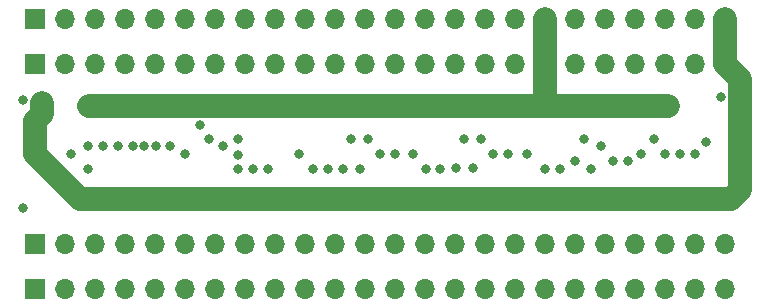
<source format=gbr>
%TF.GenerationSoftware,KiCad,Pcbnew,7.0.2*%
%TF.CreationDate,2023-07-04T13:12:25+09:00*%
%TF.ProjectId,TangNano9K5V,54616e67-4e61-46e6-9f39-4b35562e6b69,rev?*%
%TF.SameCoordinates,Original*%
%TF.FileFunction,Copper,L3,Inr*%
%TF.FilePolarity,Positive*%
%FSLAX46Y46*%
G04 Gerber Fmt 4.6, Leading zero omitted, Abs format (unit mm)*
G04 Created by KiCad (PCBNEW 7.0.2) date 2023-07-04 13:12:25*
%MOMM*%
%LPD*%
G01*
G04 APERTURE LIST*
%TA.AperFunction,ComponentPad*%
%ADD10R,1.700000X1.700000*%
%TD*%
%TA.AperFunction,ComponentPad*%
%ADD11O,1.700000X1.700000*%
%TD*%
%TA.AperFunction,ViaPad*%
%ADD12C,0.800000*%
%TD*%
%TA.AperFunction,Conductor*%
%ADD13C,2.000000*%
%TD*%
G04 APERTURE END LIST*
D10*
%TO.N,PIN63*%
%TO.C,J2*%
X2540000Y-2540000D03*
D11*
%TO.N,PIN86*%
X5080000Y-2540000D03*
%TO.N,PIN85*%
X7620000Y-2540000D03*
%TO.N,PIN84*%
X10160000Y-2540000D03*
%TO.N,PIN83*%
X12700000Y-2540000D03*
%TO.N,PIN82*%
X15240000Y-2540000D03*
%TO.N,PIN81*%
X17780000Y-2540000D03*
%TO.N,PIN80*%
X20320000Y-2540000D03*
%TO.N,PIN79*%
X22860000Y-2540000D03*
%TO.N,PIN77*%
X25400000Y-2540000D03*
%TO.N,PIN76*%
X27940000Y-2540000D03*
%TO.N,PIN75*%
X30480000Y-2540000D03*
%TO.N,PIN74*%
X33020000Y-2540000D03*
%TO.N,PIN73*%
X35560000Y-2540000D03*
%TO.N,PIN72*%
X38100000Y-2540000D03*
%TO.N,PIN71*%
X40640000Y-2540000D03*
%TO.N,PIN70*%
X43180000Y-2540000D03*
%TO.N,+5V*%
X45720000Y-2540000D03*
%TO.N,PIN48*%
X48260000Y-2540000D03*
%TO.N,PIN49*%
X50800000Y-2540000D03*
%TO.N,PIN31*%
X53340000Y-2540000D03*
%TO.N,PIN32*%
X55880000Y-2540000D03*
%TO.N,GND*%
X58420000Y-2540000D03*
%TO.N,+3.3V*%
X60960000Y-2540000D03*
%TD*%
D10*
%TO.N,PIN38*%
%TO.C,J1*%
X2540000Y-25400000D03*
D11*
%TO.N,PIN37*%
X5080000Y-25400000D03*
%TO.N,PIN36*%
X7620000Y-25400000D03*
%TO.N,PIN39*%
X10160000Y-25400000D03*
%TO.N,PIN25*%
X12700000Y-25400000D03*
%TO.N,PIN26*%
X15240000Y-25400000D03*
%TO.N,PIN27*%
X17780000Y-25400000D03*
%TO.N,PIN28*%
X20320000Y-25400000D03*
%TO.N,PIN29*%
X22860000Y-25400000D03*
%TO.N,PIN30*%
X25400000Y-25400000D03*
%TO.N,PIN33*%
X27940000Y-25400000D03*
%TO.N,PIN34*%
X30480000Y-25400000D03*
%TO.N,PIN40*%
X33020000Y-25400000D03*
%TO.N,PIN35*%
X35560000Y-25400000D03*
%TO.N,PIN41*%
X38100000Y-25400000D03*
%TO.N,PIN42*%
X40640000Y-25400000D03*
%TO.N,PIN51*%
X43180000Y-25400000D03*
%TO.N,PIN53*%
X45720000Y-25400000D03*
%TO.N,PIN54*%
X48260000Y-25400000D03*
%TO.N,PIN55*%
X50800000Y-25400000D03*
%TO.N,PIN56*%
X53340000Y-25400000D03*
%TO.N,PIN57*%
X55880000Y-25400000D03*
%TO.N,PIN68*%
X58420000Y-25400000D03*
%TO.N,PIN69*%
X60960000Y-25400000D03*
%TD*%
D10*
%TO.N,PIN63_H*%
%TO.C,J4*%
X2540000Y-6350000D03*
D11*
%TO.N,PIN86_H*%
X5080000Y-6350000D03*
%TO.N,PIN85_H*%
X7620000Y-6350000D03*
%TO.N,PIN84_H*%
X10160000Y-6350000D03*
%TO.N,PIN83_H*%
X12700000Y-6350000D03*
%TO.N,PIN82_H*%
X15240000Y-6350000D03*
%TO.N,PIN81_H*%
X17780000Y-6350000D03*
%TO.N,PIN80_H*%
X20320000Y-6350000D03*
%TO.N,PIN79_H*%
X22860000Y-6350000D03*
%TO.N,PIN77_H*%
X25400000Y-6350000D03*
%TO.N,PIN76_H*%
X27940000Y-6350000D03*
%TO.N,PIN75_H*%
X30480000Y-6350000D03*
%TO.N,PIN74_H*%
X33020000Y-6350000D03*
%TO.N,PIN73_H*%
X35560000Y-6350000D03*
%TO.N,PIN72_H*%
X38100000Y-6350000D03*
%TO.N,PIN71_H*%
X40640000Y-6350000D03*
%TO.N,PIN70_H*%
X43180000Y-6350000D03*
%TO.N,+5V*%
X45720000Y-6350000D03*
%TO.N,PIN48_H*%
X48260000Y-6350000D03*
%TO.N,PIN49_H*%
X50800000Y-6350000D03*
%TO.N,PIN31_H*%
X53340000Y-6350000D03*
%TO.N,PIN32_H*%
X55880000Y-6350000D03*
%TO.N,GND*%
X58420000Y-6350000D03*
%TO.N,+3.3V*%
X60960000Y-6350000D03*
%TD*%
D10*
%TO.N,PIN38_H*%
%TO.C,J3*%
X2540000Y-21590000D03*
D11*
%TO.N,PIN37_H*%
X5080000Y-21590000D03*
%TO.N,PIN36_H*%
X7620000Y-21590000D03*
%TO.N,PIN39_H*%
X10160000Y-21590000D03*
%TO.N,PIN25_H*%
X12700000Y-21590000D03*
%TO.N,PIN26_H*%
X15240000Y-21590000D03*
%TO.N,PIN27_H*%
X17780000Y-21590000D03*
%TO.N,PIN28_H*%
X20320000Y-21590000D03*
%TO.N,PIN29_H*%
X22860000Y-21590000D03*
%TO.N,PIN30_H*%
X25400000Y-21590000D03*
%TO.N,PIN33_H*%
X27940000Y-21590000D03*
%TO.N,PIN34_H*%
X30480000Y-21590000D03*
%TO.N,PIN40_H*%
X33020000Y-21590000D03*
%TO.N,PIN35_H*%
X35560000Y-21590000D03*
%TO.N,PIN41_H*%
X38100000Y-21590000D03*
%TO.N,PIN42_H*%
X40640000Y-21590000D03*
%TO.N,PIN51_H*%
X43180000Y-21590000D03*
%TO.N,PIN53_H*%
X45720000Y-21590000D03*
%TO.N,PIN54_H*%
X48260000Y-21590000D03*
%TO.N,PIN55_H*%
X50800000Y-21590000D03*
%TO.N,PIN56_H*%
X53340000Y-21590000D03*
%TO.N,PIN57_H*%
X55880000Y-21590000D03*
%TO.N,PIN68_H*%
X58420000Y-21590000D03*
%TO.N,PIN69_H*%
X60960000Y-21590000D03*
%TD*%
D12*
%TO.N,GND*%
X60630500Y-9144000D03*
%TO.N,+3.3V*%
X61468000Y-18034000D03*
%TO.N,PIN69_H*%
X59360500Y-12954000D03*
%TO.N,PIN68_H*%
X58420000Y-13970000D03*
%TO.N,PIN57_H*%
X57150000Y-13970000D03*
%TO.N,PIN56_H*%
X55880000Y-13970000D03*
%TO.N,PIN55_H*%
X54922500Y-12700000D03*
%TO.N,PIN54_H*%
X52705000Y-14605000D03*
%TO.N,PIN53_H*%
X51435000Y-14605000D03*
%TO.N,PIN51_H*%
X50434000Y-13335000D03*
%TO.N,PIN32*%
X49602283Y-15284283D03*
%TO.N,PIN42_H*%
X48984500Y-12700000D03*
%TO.N,PIN31*%
X48260000Y-14605000D03*
%TO.N,PIN49*%
X46990000Y-15240000D03*
%TO.N,PIN48*%
X45720000Y-15240000D03*
%TO.N,PIN41_H*%
X42545000Y-13970000D03*
%TO.N,PIN35_H*%
X41275000Y-13970000D03*
%TO.N,PIN40_H*%
X40315883Y-12700000D03*
%TO.N,PIN70*%
X39591383Y-15167364D03*
%TO.N,PIN34_H*%
X38824500Y-12700000D03*
%TO.N,PIN71*%
X38141883Y-15204070D03*
%TO.N,PIN72*%
X36830000Y-15240000D03*
%TO.N,PIN73*%
X35618500Y-15240000D03*
%TO.N,PIN33_H*%
X33020000Y-13970000D03*
%TO.N,PIN30_H*%
X31750000Y-13970000D03*
%TO.N,PIN29_H*%
X30748500Y-12700000D03*
%TO.N,PIN74*%
X30024000Y-15240000D03*
%TO.N,PIN28_H*%
X29299500Y-12700000D03*
%TO.N,PIN75*%
X28575000Y-15240000D03*
%TO.N,PIN76*%
X27305000Y-15240000D03*
%TO.N,PIN77*%
X26035000Y-15240000D03*
%TO.N,PIN27_H*%
X22225000Y-15240000D03*
%TO.N,PIN26_H*%
X20955000Y-15240000D03*
%TO.N,PIN25_H*%
X19685000Y-15240000D03*
%TO.N,PIN79*%
X13970000Y-13335000D03*
%TO.N,PIN80*%
X12794006Y-13335000D03*
%TO.N,PIN81*%
X11794503Y-13335000D03*
%TO.N,PIN82*%
X10795000Y-13335000D03*
%TO.N,PIN83*%
X9525000Y-13335000D03*
%TO.N,PIN84*%
X8255000Y-13335000D03*
%TO.N,PIN39_H*%
X19757451Y-14042452D03*
%TO.N,PIN36_H*%
X19685000Y-12700000D03*
%TO.N,PIN37_H*%
X18415000Y-13335000D03*
%TO.N,PIN38_H*%
X17234500Y-12700000D03*
%TO.N,PIN85*%
X6985000Y-13335000D03*
%TO.N,PIN63_H*%
X16510000Y-11517137D03*
%TO.N,PIN86*%
X6985000Y-15240000D03*
%TO.N,+3.3V*%
X3048000Y-9398000D03*
X2540000Y-13970000D03*
X15240000Y-17526000D03*
X24892000Y-17526000D03*
X34544000Y-17526000D03*
X44196000Y-17526000D03*
X53848000Y-17526000D03*
%TO.N,GND*%
X53848000Y-13970000D03*
X44196000Y-13970000D03*
X34544000Y-13970000D03*
X24892000Y-13970000D03*
X15240000Y-13970000D03*
X5588000Y-13970000D03*
%TO.N,+5V*%
X56185655Y-9851362D03*
X46594002Y-9398000D03*
X36942002Y-9398000D03*
X27290002Y-9398000D03*
X17638003Y-9917638D03*
X7925655Y-9851362D03*
%TO.N,GND*%
X1524000Y-9398000D03*
X1524000Y-18542000D03*
%TD*%
D13*
%TO.N,+3.3V*%
X3124000Y-10592000D02*
X3124000Y-9652000D01*
X2540000Y-11176000D02*
X3124000Y-10592000D01*
X2540000Y-13970000D02*
X2540000Y-11176000D01*
X62230500Y-7620500D02*
X60960000Y-6350000D01*
X62230500Y-17017500D02*
X62230500Y-7620500D01*
X6350000Y-17780000D02*
X61468000Y-17780000D01*
X61468000Y-17780000D02*
X62230500Y-17017500D01*
X2540000Y-13970000D02*
X6350000Y-17780000D01*
%TO.N,+5V*%
X46594003Y-9917637D02*
X7123637Y-9917637D01*
X56122363Y-9917637D02*
X56134000Y-9906000D01*
X46594003Y-9917637D02*
X56122363Y-9917637D01*
%TO.N,+3.3V*%
X60960000Y-2540000D02*
X60960000Y-6350000D01*
%TO.N,+5V*%
X45720000Y-9398000D02*
X45974000Y-9652000D01*
X45720000Y-6350000D02*
X45720000Y-9398000D01*
X45720000Y-2540000D02*
X45720000Y-6350000D01*
%TD*%
M02*

</source>
